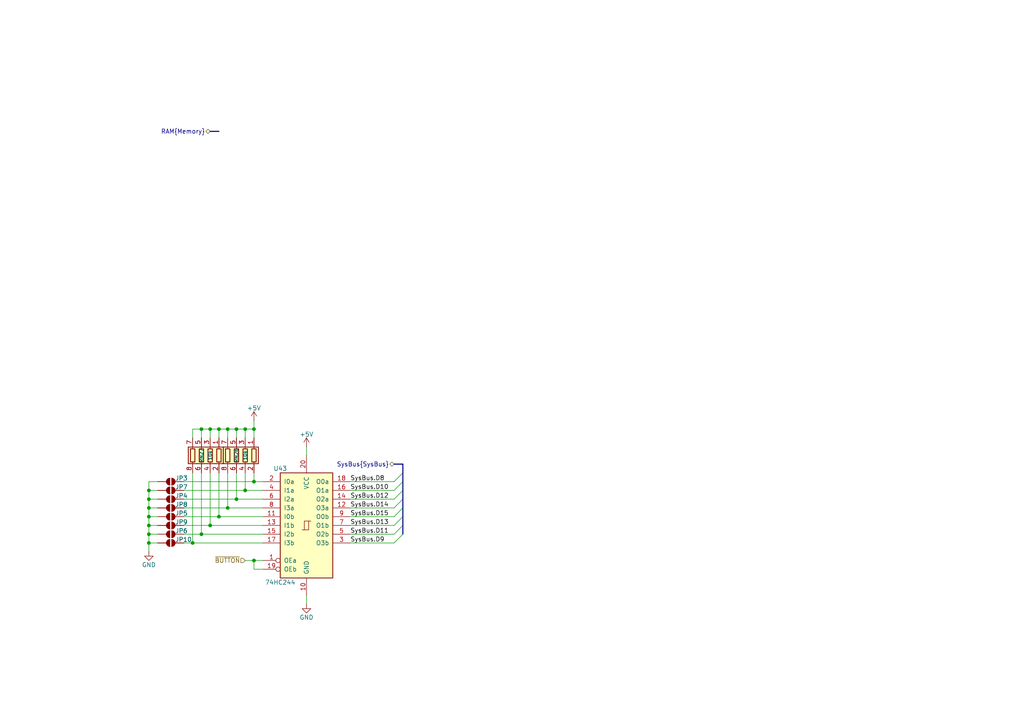
<source format=kicad_sch>
(kicad_sch (version 20250114) (generator "eeschema") (generator_version "9.0")
  (paper "A4")
  (lib_symbols
    (symbol "74xx:74LS244" (pin_names (offset 1.016))
      (property "Reference" "U" (at -7.62 16.51 0))
      (property "Value" "74LS244" (at -7.62 -16.51 0))
      (symbol "74LS244_1_0"
        (polyline (pts (xy -1.27 -1.27) (xy 0.635 -1.27) (xy 0.635 1.27) (xy 1.27 1.27)))
        (polyline (pts (xy -0.635 -1.27) (xy -0.635 1.27) (xy 0.635 1.27)))
        (pin input line (at -12.7 12.7 0) (length 5.08) (name "I0a") (number "2"))
        (pin input line (at -12.7 10.16 0) (length 5.08) (name "I1a") (number "4"))
        (pin input line (at -12.7 7.62 0) (length 5.08) (name "I2a") (number "6"))
        (pin input line (at -12.7 5.08 0) (length 5.08) (name "I3a") (number "8"))
        (pin input line (at -12.7 2.54 0) (length 5.08) (name "I0b") (number "11"))
        (pin input line (at -12.7 0 0) (length 5.08) (name "I1b") (number "13"))
        (pin input line (at -12.7 -2.54 0) (length 5.08) (name "I2b") (number "15"))
        (pin input line (at -12.7 -5.08 0) (length 5.08) (name "I3b") (number "17"))
        (pin input inverted (at -12.7 -10.16 0) (length 5.08) (name "OEa") (number "1"))
        (pin input inverted (at -12.7 -12.7 0) (length 5.08) (name "OEb") (number "19"))
        (pin power_in line (at 0 20.32 270) (length 5.08) (name "VCC") (number "20"))
        (pin power_in line (at 0 -20.32 90) (length 5.08) (name "GND") (number "10"))
        (pin tri_state line (at 12.7 12.7 180) (length 5.08) (name "O0a") (number "18"))
        (pin tri_state line (at 12.7 10.16 180) (length 5.08) (name "O1a") (number "16"))
        (pin tri_state line (at 12.7 7.62 180) (length 5.08) (name "O2a") (number "14"))
        (pin tri_state line (at 12.7 5.08 180) (length 5.08) (name "O3a") (number "12"))
        (pin tri_state line (at 12.7 2.54 180) (length 5.08) (name "O0b") (number "9"))
        (pin tri_state line (at 12.7 0 180) (length 5.08) (name "O1b") (number "7"))
        (pin tri_state line (at 12.7 -2.54 180) (length 5.08) (name "O2b") (number "5"))
        (pin tri_state line (at 12.7 -5.08 180) (length 5.08) (name "O3b") (number "3"))
      )
      (symbol "74LS244_1_1"
        (rectangle (start -7.62 15.24) (end 7.62 -15.24) (stroke (width 0.254)) (fill (type background)))
      )
    )
    (symbol "Jumper:SolderJumper_2_Open" (pin_numbers (hide yes)) (pin_names (offset 0) (hide yes)) (in_bom no)
      (property "Reference" "JP" (at 0 2.032 0))
      (property "Value" "SolderJumper_2_Open" (at 0 -2.54 0))
      (symbol "SolderJumper_2_Open_0_1"
        (polyline (pts (xy -0.254 1.016) (xy -0.254 -1.016)))
        (arc (start -0.254 -1.016) (mid -1.2656 0) (end -0.254 1.016))
        (arc (start -0.254 -1.016) (mid -1.2656 0) (end -0.254 1.016) (fill (type outline)))
        (arc (start 0.254 1.016) (mid 1.2656 0) (end 0.254 -1.016))
        (arc (start 0.254 1.016) (mid 1.2656 0) (end 0.254 -1.016) (fill (type outline)))
        (polyline (pts (xy 0.254 1.016) (xy 0.254 -1.016)))
      )
      (symbol "SolderJumper_2_Open_1_1"
        (pin passive line (at -3.81 0 0) (length 2.54) (name "A") (number "1"))
        (pin passive line (at 3.81 0 180) (length 2.54) (name "B") (number "2"))
      )
    )
    (symbol "dragonmux:R_Pack04_OddEven" (pin_names (offset 0) (hide yes))
      (property "Reference" "RN" (at -2.54 0 90))
      (property "Value" "R_Pack04_OddEven" (at 0 0 90))
      (symbol "R_Pack04_OddEven_0_1"
        (rectangle (start -6.35 -2.413) (end 3.81 2.413) (stroke (width 0.254)) (fill (type background)))
        (rectangle (start -5.715 1.905) (end -4.445 -1.905) (stroke (width 0.254)))
        (polyline (pts (xy -5.08 1.905) (xy -5.08 2.54)))
        (polyline (pts (xy -5.08 -2.54) (xy -5.08 -1.905)))
        (rectangle (start -3.175 1.905) (end -1.905 -1.905) (stroke (width 0.254)))
        (polyline (pts (xy -2.54 1.905) (xy -2.54 2.54)))
        (polyline (pts (xy -2.54 -2.54) (xy -2.54 -1.905)))
        (rectangle (start -0.635 1.905) (end 0.635 -1.905) (stroke (width 0.254)))
        (polyline (pts (xy 0 1.905) (xy 0 2.54)))
        (polyline (pts (xy 0 -2.54) (xy 0 -1.905)))
        (rectangle (start 1.905 1.905) (end 3.175 -1.905) (stroke (width 0.254)))
        (polyline (pts (xy 2.54 1.905) (xy 2.54 2.54)))
        (polyline (pts (xy 2.54 -2.54) (xy 2.54 -1.905)))
      )
      (symbol "R_Pack04_OddEven_1_1"
        (pin passive line (at -5.08 5.08 270) (length 2.54) (name "R2.1") (number "2"))
        (pin passive line (at -5.08 -5.08 90) (length 2.54) (name "R1.1") (number "1"))
        (pin passive line (at -2.54 5.08 270) (length 2.54) (name "R4.1") (number "4"))
        (pin passive line (at -2.54 -5.08 90) (length 2.54) (name "R3.1") (number "3"))
        (pin passive line (at 0 5.08 270) (length 2.54) (name "R3.2") (number "6"))
        (pin passive line (at 0 -5.08 90) (length 2.54) (name "R4.2") (number "5"))
        (pin passive line (at 2.54 5.08 270) (length 2.54) (name "R1.2") (number "8"))
        (pin passive line (at 2.54 -5.08 90) (length 2.54) (name "R2.2") (number "7"))
      )
    )
    (symbol "power:+5V" (power) (pin_numbers (hide yes)) (pin_names (offset 0) (hide yes))
      (property "Value" "+5V" (at 0 3.556 0))
      (symbol "+5V_0_1"
        (polyline (pts (xy -0.762 1.27) (xy 0 2.54)))
        (polyline (pts (xy 0 2.54) (xy 0.762 1.27)))
        (polyline (pts (xy 0 0) (xy 0 2.54)))
      )
      (symbol "+5V_1_1"
        (pin power_in line (at 0 0 90) (length 0) (name "~") (number "1"))
      )
    )
    (symbol "power:GND" (power) (pin_numbers (hide yes)) (pin_names (offset 0) (hide yes))
      (property "Value" "GND" (at 0 -3.81 0))
      (symbol "GND_0_1"
        (polyline (pts (xy 0 0) (xy 0 -1.27) (xy 1.27 -1.27) (xy 0 -2.54) (xy -1.27 -1.27) (xy 0 -1.27)))
      )
      (symbol "GND_1_1"
        (pin power_in line (at 0 0 270) (length 0) (name "~") (number "1"))
      )
    )
  )
  (junction (at 68.58 124.46))
  (junction (at 60.96 152.4))
  (junction (at 68.58 144.78))
  (junction (at 55.88 157.48))
  (junction (at 66.04 124.46))
  (junction (at 71.12 124.46))
  (junction (at 43.18 142.24))
  (junction (at 43.18 149.86))
  (junction (at 43.18 154.94))
  (junction (at 43.18 144.78))
  (junction (at 63.5 124.46))
  (junction (at 43.18 147.32))
  (junction (at 58.42 124.46))
  (junction (at 43.18 152.4))
  (junction (at 73.66 162.56))
  (junction (at 66.04 147.32))
  (junction (at 60.96 124.46))
  (junction (at 58.42 154.94))
  (junction (at 63.5 149.86))
  (junction (at 73.66 124.46))
  (junction (at 71.12 142.24))
  (junction (at 73.66 139.7))
  (junction (at 43.18 157.48))
  (bus_entry (at 116.84 142.24) (size -2.54 2.54))
  (bus_entry (at 116.84 144.78) (size -2.54 2.54))
  (bus_entry (at 116.84 137.16) (size -2.54 2.54))
  (bus_entry (at 116.84 154.94) (size -2.54 2.54))
  (bus_entry (at 116.84 147.32) (size -2.54 2.54))
  (bus_entry (at 116.84 139.7) (size -2.54 2.54))
  (bus_entry (at 116.84 152.4) (size -2.54 2.54))
  (bus_entry (at 116.84 149.86) (size -2.54 2.54))
  (wire (pts (xy 73.66 139.7) (xy 76.2 139.7)))
  (wire (pts (xy 63.5 124.46) (xy 63.5 127)))
  (wire (pts (xy 43.18 157.48) (xy 43.18 154.94)))
  (wire (pts (xy 76.2 147.32) (xy 66.04 147.32)))
  (wire (pts (xy 43.18 144.78) (xy 43.18 142.24)))
  (wire (pts (xy 43.18 149.86) (xy 43.18 147.32)))
  (wire (pts (xy 71.12 124.46) (xy 68.58 124.46)))
  (wire (pts (xy 73.66 124.46) (xy 73.66 127)))
  (wire (pts (xy 73.66 165.1) (xy 73.66 162.56)))
  (wire (pts (xy 43.18 147.32) (xy 43.18 144.78)))
  (wire (pts (xy 58.42 124.46) (xy 55.88 124.46)))
  (wire (pts (xy 53.34 154.94) (xy 58.42 154.94)))
  (wire (pts (xy 43.18 147.32) (xy 45.72 147.32)))
  (wire (pts (xy 73.66 137.16) (xy 73.66 139.7)))
  (wire (pts (xy 101.6 144.78) (xy 114.3 144.78)))
  (wire (pts (xy 68.58 144.78) (xy 76.2 144.78)))
  (wire (pts (xy 58.42 124.46) (xy 58.42 127)))
  (wire (pts (xy 76.2 152.4) (xy 60.96 152.4)))
  (wire (pts (xy 43.18 154.94) (xy 45.72 154.94)))
  (wire (pts (xy 53.34 147.32) (xy 66.04 147.32)))
  (wire (pts (xy 73.66 124.46) (xy 71.12 124.46)))
  (wire (pts (xy 53.34 152.4) (xy 60.96 152.4)))
  (wire (pts (xy 43.18 152.4) (xy 45.72 152.4)))
  (wire (pts (xy 53.34 142.24) (xy 71.12 142.24)))
  (wire (pts (xy 60.96 124.46) (xy 58.42 124.46)))
  (bus (pts (xy 116.84 147.32) (xy 116.84 149.86)))
  (wire (pts (xy 66.04 124.46) (xy 66.04 127)))
  (wire (pts (xy 53.34 149.86) (xy 63.5 149.86)))
  (bus (pts (xy 116.84 139.7) (xy 116.84 142.24)))
  (bus (pts (xy 116.84 152.4) (xy 116.84 154.94)))
  (wire (pts (xy 76.2 142.24) (xy 71.12 142.24)))
  (wire (pts (xy 73.66 121.92) (xy 73.66 124.46)))
  (bus (pts (xy 116.84 149.86) (xy 116.84 152.4)))
  (wire (pts (xy 55.88 157.48) (xy 55.88 137.16)))
  (wire (pts (xy 68.58 124.46) (xy 66.04 124.46)))
  (wire (pts (xy 63.5 149.86) (xy 76.2 149.86)))
  (wire (pts (xy 43.18 154.94) (xy 43.18 152.4)))
  (bus (pts (xy 116.84 134.62) (xy 114.3 134.62)))
  (wire (pts (xy 43.18 142.24) (xy 45.72 142.24)))
  (wire (pts (xy 43.18 160.02) (xy 43.18 157.48)))
  (wire (pts (xy 101.6 149.86) (xy 114.3 149.86)))
  (wire (pts (xy 60.96 124.46) (xy 60.96 127)))
  (wire (pts (xy 101.6 139.7) (xy 114.3 139.7)))
  (wire (pts (xy 88.9 172.72) (xy 88.9 175.26)))
  (wire (pts (xy 76.2 165.1) (xy 73.66 165.1)))
  (wire (pts (xy 101.6 154.94) (xy 114.3 154.94)))
  (wire (pts (xy 58.42 154.94) (xy 76.2 154.94)))
  (wire (pts (xy 58.42 137.16) (xy 58.42 154.94)))
  (wire (pts (xy 76.2 157.48) (xy 55.88 157.48)))
  (wire (pts (xy 60.96 152.4) (xy 60.96 137.16)))
  (bus (pts (xy 116.84 144.78) (xy 116.84 147.32)))
  (wire (pts (xy 101.6 157.48) (xy 114.3 157.48)))
  (wire (pts (xy 71.12 124.46) (xy 71.12 127)))
  (wire (pts (xy 55.88 124.46) (xy 55.88 127)))
  (wire (pts (xy 43.18 157.48) (xy 45.72 157.48)))
  (wire (pts (xy 43.18 144.78) (xy 45.72 144.78)))
  (bus (pts (xy 116.84 142.24) (xy 116.84 144.78)))
  (wire (pts (xy 63.5 137.16) (xy 63.5 149.86)))
  (bus (pts (xy 116.84 137.16) (xy 116.84 139.7)))
  (wire (pts (xy 68.58 137.16) (xy 68.58 144.78)))
  (wire (pts (xy 43.18 152.4) (xy 43.18 149.86)))
  (wire (pts (xy 88.9 129.54) (xy 88.9 132.08)))
  (wire (pts (xy 53.34 139.7) (xy 73.66 139.7)))
  (wire (pts (xy 68.58 124.46) (xy 68.58 127)))
  (bus (pts (xy 116.84 134.62) (xy 116.84 137.16)))
  (wire (pts (xy 63.5 124.46) (xy 60.96 124.46)))
  (wire (pts (xy 73.66 162.56) (xy 76.2 162.56)))
  (wire (pts (xy 101.6 147.32) (xy 114.3 147.32)))
  (wire (pts (xy 101.6 142.24) (xy 114.3 142.24)))
  (wire (pts (xy 71.12 142.24) (xy 71.12 137.16)))
  (wire (pts (xy 114.3 152.4) (xy 101.6 152.4)))
  (wire (pts (xy 43.18 149.86) (xy 45.72 149.86)))
  (wire (pts (xy 66.04 147.32) (xy 66.04 137.16)))
  (wire (pts (xy 53.34 157.48) (xy 55.88 157.48)))
  (wire (pts (xy 43.18 139.7) (xy 45.72 139.7)))
  (wire (pts (xy 66.04 124.46) (xy 63.5 124.46)))
  (wire (pts (xy 71.12 162.56) (xy 73.66 162.56)))
  (wire (pts (xy 43.18 142.24) (xy 43.18 139.7)))
  (wire (pts (xy 53.34 144.78) (xy 68.58 144.78)))
  (bus (pts (xy 63.5 38.1) (xy 60.96 38.1)))
  (label "SysBus.D11" (at 101.6 154.94 0))
  (label "SysBus.D12" (at 101.6 144.78 0))
  (label "SysBus.D15" (at 101.6 149.86 0))
  (label "SysBus.D8" (at 101.6 139.7 0))
  (label "SysBus.D14" (at 101.6 147.32 0))
  (label "SysBus.D9" (at 101.6 157.48 0))
  (label "SysBus.D13" (at 101.6 152.4 0))
  (label "SysBus.D10" (at 101.6 142.24 0))
  (hierarchical_label "RAM{Memory}" (shape bidirectional) (at 60.96 38.1 180))
  (hierarchical_label "SysBus{SysBus}" (shape bidirectional) (at 114.3 134.62 180))
  (hierarchical_label "~{BUTTON}" (shape input) (at 71.12 162.56 180))
  (symbol (lib_id "Jumper:SolderJumper_2_Open") (at 49.53 147.32 0) (unit 1) (in_bom no)
    (property "Reference" "JP8" (at 50.8 147.066 0) (effects (justify left bottom)))
    (property "Value" "SolderJumper_2_Open" (effects (hide yes)))
    (property "Description" "Solder Jumper, 2-pole, open" (effects (hide yes)))
  )
  (symbol (lib_id "Jumper:SolderJumper_2_Open") (at 49.53 157.48 0) (unit 1) (in_bom no)
    (property "Reference" "JP10" (at 50.8 157.226 0) (effects (justify left bottom)))
    (property "Value" "SolderJumper_2_Open" (effects (hide yes)))
    (property "Description" "Solder Jumper, 2-pole, open" (effects (hide yes)))
  )
  (symbol (lib_id "Jumper:SolderJumper_2_Open") (at 49.53 142.24 0) (unit 1) (in_bom no)
    (property "Reference" "JP7" (at 50.8 141.986 0) (effects (justify left bottom)))
    (property "Value" "SolderJumper_2_Open" (effects (hide yes)))
    (property "Description" "Solder Jumper, 2-pole, open" (effects (hide yes)))
  )
  (symbol (lib_id "74xx:74LS244") (at 88.9 152.4 0) (unit 1)
    (property "Reference" "U43" (at 81.28 135.89 0))
    (property "Value" "74HC244" (at 81.28 168.91 0))
    (property "Footprint" "rhais_package-smd:SO-20_12.8x7.5mm_P1.27mm" (effects (hide yes)))
    (property "Datasheet" "https://assets.nexperia.com/documents/data-sheet/74AHC_AHCT244.pdf" (effects (hide yes)))
    (property "Description" "Octal Buffer and Line Driver With 3-State Output, active-low enables, non-inverting outputs" (effects (hide yes)))
    (property "MFR" "Nexperia" (effects (hide yes)))
    (property "MPN" "74HC244D,653" (effects (hide yes)))
    (property "OC_FARNELL" "1201322" (effects (hide yes)))
  )
  (symbol (lib_id "power:GND") (at 88.9 175.26 0) (unit 1)
    (property "Reference" "#PWR0268" (effects (hide yes)))
    (property "Value" "GND" (at 88.9 179.07 0))
    (property "Description" "Power symbol creates a global label with name \"GND\" , ground" (effects (hide yes)))
  )
  (symbol (lib_id "power:GND") (at 43.18 160.02 0) (unit 1)
    (property "Reference" "#PWR0270" (effects (hide yes)))
    (property "Value" "GND" (at 43.18 163.83 0))
    (property "Description" "Power symbol creates a global label with name \"GND\" , ground" (effects (hide yes)))
  )
  (symbol (lib_id "dragonmux:R_Pack04_OddEven") (at 68.58 132.08 180) (unit 1)
    (property "Reference" "RN26" (at 68.58 132.08 90) (effects (font (size 1.016 1.016))))
    (property "Value" "10k" (at 71.12 132.08 90) (effects (font (size 1.016 1.016))))
    (property "Footprint" "rhais_rcl:R0603_Array_Concave_4" (effects (hide yes)))
    (property "Description" "4 resistor network, parallel topology" (effects (hide yes)))
  )
  (symbol (lib_id "power:+5V") (at 88.9 129.54 0) (unit 1)
    (property "Reference" "#PWR0267" (effects (hide yes)))
    (property "Value" "+5V" (at 88.9 125.984 0))
    (property "Description" "Power symbol creates a global label with name \"+5V\"" (effects (hide yes)))
  )
  (symbol (lib_id "dragonmux:R_Pack04_OddEven") (at 58.42 132.08 180) (unit 1)
    (property "Reference" "RN27" (at 58.42 132.08 90) (effects (font (size 1.016 1.016))))
    (property "Value" "10k" (at 60.96 132.08 90) (effects (font (size 1.016 1.016))))
    (property "Footprint" "rhais_rcl:R0603_Array_Concave_4" (effects (hide yes)))
    (property "Description" "4 resistor network, parallel topology" (effects (hide yes)))
  )
  (symbol (lib_id "Jumper:SolderJumper_2_Open") (at 49.53 154.94 0) (unit 1) (in_bom no)
    (property "Reference" "JP6" (at 50.8 154.686 0) (effects (justify left bottom)))
    (property "Value" "SolderJumper_2_Open" (effects (hide yes)))
    (property "Description" "Solder Jumper, 2-pole, open" (effects (hide yes)))
  )
  (symbol (lib_id "Jumper:SolderJumper_2_Open") (at 49.53 144.78 0) (unit 1) (in_bom no)
    (property "Reference" "JP4" (at 50.8 144.526 0) (effects (justify left bottom)))
    (property "Value" "SolderJumper_2_Open" (effects (hide yes)))
    (property "Description" "Solder Jumper, 2-pole, open" (effects (hide yes)))
  )
  (symbol (lib_id "Jumper:SolderJumper_2_Open") (at 49.53 139.7 0) (unit 1) (in_bom no)
    (property "Reference" "JP3" (at 50.8 139.446 0) (effects (justify left bottom)))
    (property "Value" "SolderJumper_2_Open" (effects (hide yes)))
    (property "Description" "Solder Jumper, 2-pole, open" (effects (hide yes)))
  )
  (symbol (lib_id "Jumper:SolderJumper_2_Open") (at 49.53 152.4 0) (unit 1) (in_bom no)
    (property "Reference" "JP9" (at 50.8 152.146 0) (effects (justify left bottom)))
    (property "Value" "SolderJumper_2_Open" (effects (hide yes)))
    (property "Description" "Solder Jumper, 2-pole, open" (effects (hide yes)))
  )
  (symbol (lib_id "Jumper:SolderJumper_2_Open") (at 49.53 149.86 0) (unit 1) (in_bom no)
    (property "Reference" "JP5" (at 50.8 149.606 0) (effects (justify left bottom)))
    (property "Value" "SolderJumper_2_Open" (effects (hide yes)))
    (property "Description" "Solder Jumper, 2-pole, open" (effects (hide yes)))
  )
  (symbol (lib_id "power:+5V") (at 73.66 121.92 0) (unit 1)
    (property "Reference" "#PWR0269" (effects (hide yes)))
    (property "Value" "+5V" (at 73.66 118.364 0))
    (property "Description" "Power symbol creates a global label with name \"+5V\"" (effects (hide yes)))
  )
)
</source>
